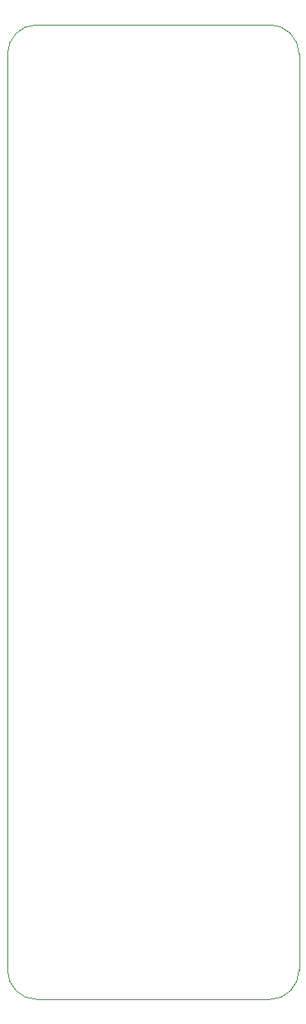
<source format=gbr>
%TF.GenerationSoftware,KiCad,Pcbnew,9.0.1*%
%TF.CreationDate,2025-05-31T19:51:22+10:00*%
%TF.ProjectId,VCA,5643412e-6b69-4636-9164-5f7063625858,rev?*%
%TF.SameCoordinates,Original*%
%TF.FileFunction,Profile,NP*%
%FSLAX46Y46*%
G04 Gerber Fmt 4.6, Leading zero omitted, Abs format (unit mm)*
G04 Created by KiCad (PCBNEW 9.0.1) date 2025-05-31 19:51:22*
%MOMM*%
%LPD*%
G01*
G04 APERTURE LIST*
%TA.AperFunction,Profile*%
%ADD10C,0.050000*%
%TD*%
G04 APERTURE END LIST*
D10*
X144999999Y-147000000D02*
G75*
G02*
X141999999Y-149999999I-2999999J0D01*
G01*
X142000000Y-50000000D02*
X118000000Y-50000000D01*
X114999999Y-52999999D02*
G75*
G02*
X117999999Y-49999999I3000001J-1D01*
G01*
X115000000Y-146999999D02*
X115000000Y-52999999D01*
X118000000Y-149999999D02*
G75*
G02*
X115000001Y-146999999I0J2999999D01*
G01*
X142000000Y-150000000D02*
X118000000Y-150000000D01*
X142000000Y-50000000D02*
G75*
G02*
X145000000Y-53000000I0J-3000000D01*
G01*
X145000000Y-53000000D02*
X144999999Y-147000000D01*
M02*

</source>
